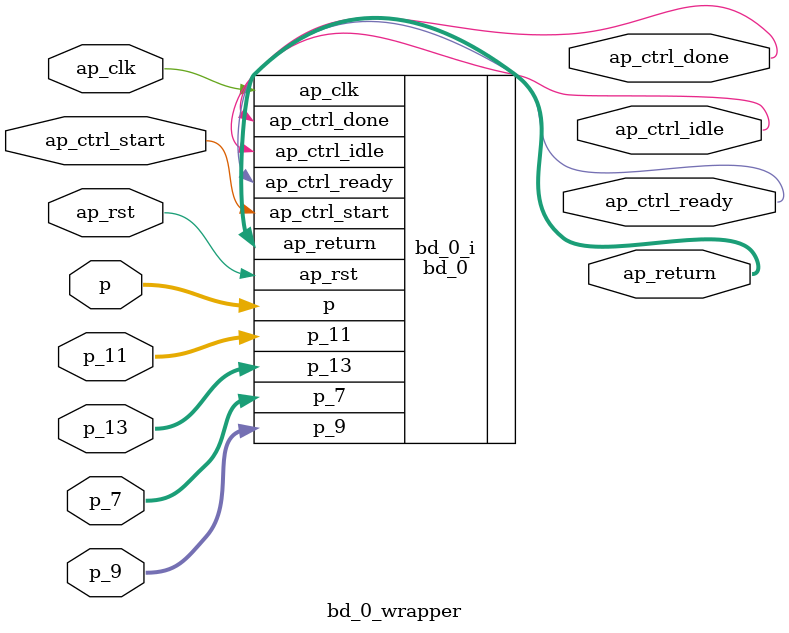
<source format=v>
`timescale 1 ps / 1 ps

module bd_0_wrapper
   (ap_clk,
    ap_ctrl_done,
    ap_ctrl_idle,
    ap_ctrl_ready,
    ap_ctrl_start,
    ap_return,
    ap_rst,
    p,
    p_11,
    p_13,
    p_7,
    p_9);
  input ap_clk;
  output ap_ctrl_done;
  output ap_ctrl_idle;
  output ap_ctrl_ready;
  input ap_ctrl_start;
  output [31:0]ap_return;
  input ap_rst;
  input [63:0]p;
  input [31:0]p_11;
  input [31:0]p_13;
  input [7:0]p_7;
  input [7:0]p_9;

  wire ap_clk;
  wire ap_ctrl_done;
  wire ap_ctrl_idle;
  wire ap_ctrl_ready;
  wire ap_ctrl_start;
  wire [31:0]ap_return;
  wire ap_rst;
  wire [63:0]p;
  wire [31:0]p_11;
  wire [31:0]p_13;
  wire [7:0]p_7;
  wire [7:0]p_9;

  bd_0 bd_0_i
       (.ap_clk(ap_clk),
        .ap_ctrl_done(ap_ctrl_done),
        .ap_ctrl_idle(ap_ctrl_idle),
        .ap_ctrl_ready(ap_ctrl_ready),
        .ap_ctrl_start(ap_ctrl_start),
        .ap_return(ap_return),
        .ap_rst(ap_rst),
        .p(p),
        .p_11(p_11),
        .p_13(p_13),
        .p_7(p_7),
        .p_9(p_9));
endmodule

</source>
